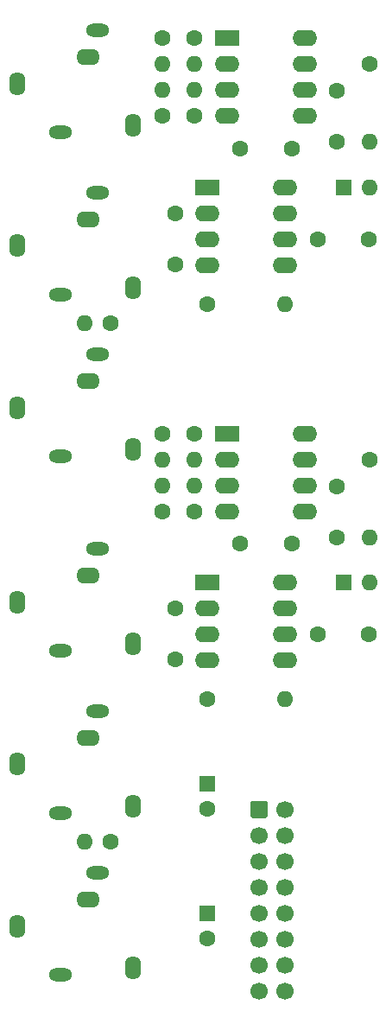
<source format=gbr>
G04 #@! TF.GenerationSoftware,KiCad,Pcbnew,(5.1.9)-1*
G04 #@! TF.CreationDate,2021-04-11T10:04:50+02:00*
G04 #@! TF.ProjectId,S&H Main,53264820-4d61-4696-9e2e-6b696361645f,rev?*
G04 #@! TF.SameCoordinates,Original*
G04 #@! TF.FileFunction,Soldermask,Top*
G04 #@! TF.FilePolarity,Negative*
%FSLAX46Y46*%
G04 Gerber Fmt 4.6, Leading zero omitted, Abs format (unit mm)*
G04 Created by KiCad (PCBNEW (5.1.9)-1) date 2021-04-11 10:04:50*
%MOMM*%
%LPD*%
G01*
G04 APERTURE LIST*
%ADD10O,2.300000X1.300000*%
%ADD11O,2.300000X1.600000*%
%ADD12O,1.600000X2.300000*%
%ADD13O,1.600000X1.600000*%
%ADD14C,1.600000*%
%ADD15R,1.600000X1.600000*%
%ADD16O,2.400000X1.600000*%
%ADD17R,2.400000X1.600000*%
%ADD18C,1.700000*%
G04 APERTURE END LIST*
D10*
G04 #@! TO.C,J7*
X5900000Y-44170000D03*
X9600000Y-34170000D03*
D11*
X8600000Y-36770000D03*
D12*
X13000000Y-43470000D03*
X1700000Y-39370000D03*
G04 #@! TD*
D10*
G04 #@! TO.C,J6*
X5900000Y-94970000D03*
X9600000Y-84970000D03*
D11*
X8600000Y-87570000D03*
D12*
X13000000Y-94270000D03*
X1700000Y-90170000D03*
G04 #@! TD*
D10*
G04 #@! TO.C,J4*
X5900000Y-28295000D03*
X9600000Y-18295000D03*
D11*
X8600000Y-20895000D03*
D12*
X13000000Y-27595000D03*
X1700000Y-23495000D03*
G04 #@! TD*
D10*
G04 #@! TO.C,J3*
X5900000Y-12420000D03*
X9600000Y-2420000D03*
D11*
X8600000Y-5020000D03*
D12*
X13000000Y-11720000D03*
X1700000Y-7620000D03*
G04 #@! TD*
D10*
G04 #@! TO.C,J2*
X5900000Y-79095000D03*
X9600000Y-69095000D03*
D11*
X8600000Y-71695000D03*
D12*
X13000000Y-78395000D03*
X1700000Y-74295000D03*
G04 #@! TD*
D10*
G04 #@! TO.C,J1*
X5900000Y-63220000D03*
X9600000Y-53220000D03*
D11*
X8600000Y-55820000D03*
D12*
X13000000Y-62520000D03*
X1700000Y-58420000D03*
G04 #@! TD*
D13*
G04 #@! TO.C,R1*
X8255000Y-81915000D03*
D14*
X10795000Y-81915000D03*
G04 #@! TD*
D13*
G04 #@! TO.C,D1*
X36195000Y-56515000D03*
D15*
X33655000Y-56515000D03*
G04 #@! TD*
D13*
G04 #@! TO.C,R8*
X19050000Y-44450000D03*
D14*
X19050000Y-41910000D03*
G04 #@! TD*
D13*
G04 #@! TO.C,R7*
X19050000Y-46990000D03*
D14*
X19050000Y-49530000D03*
G04 #@! TD*
D13*
G04 #@! TO.C,R5*
X15875000Y-44450000D03*
D14*
X15875000Y-41910000D03*
G04 #@! TD*
D13*
G04 #@! TO.C,R3*
X15875000Y-46990000D03*
D14*
X15875000Y-49530000D03*
G04 #@! TD*
D13*
G04 #@! TO.C,D2*
X36195000Y-17780000D03*
D15*
X33655000Y-17780000D03*
G04 #@! TD*
D13*
G04 #@! TO.C,R10*
X19050000Y-5715000D03*
D14*
X19050000Y-3175000D03*
G04 #@! TD*
D13*
G04 #@! TO.C,R9*
X19050000Y-8255000D03*
D14*
X19050000Y-10795000D03*
G04 #@! TD*
D13*
G04 #@! TO.C,R2*
X8255000Y-31115000D03*
D14*
X10795000Y-31115000D03*
G04 #@! TD*
D13*
G04 #@! TO.C,R6*
X15875000Y-5715000D03*
D14*
X15875000Y-3175000D03*
G04 #@! TD*
D13*
G04 #@! TO.C,R4*
X15875000Y-8255000D03*
D14*
X15875000Y-10795000D03*
G04 #@! TD*
D16*
G04 #@! TO.C,U4*
X29845000Y-3175000D03*
X22225000Y-10795000D03*
X29845000Y-5715000D03*
X22225000Y-8255000D03*
X29845000Y-8255000D03*
X22225000Y-5715000D03*
X29845000Y-10795000D03*
D17*
X22225000Y-3175000D03*
G04 #@! TD*
D16*
G04 #@! TO.C,U1*
X29845000Y-41910000D03*
X22225000Y-49530000D03*
X29845000Y-44450000D03*
X22225000Y-46990000D03*
X29845000Y-46990000D03*
X22225000Y-44450000D03*
X29845000Y-49530000D03*
D17*
X22225000Y-41910000D03*
G04 #@! TD*
D14*
G04 #@! TO.C,C10*
X17145000Y-25320000D03*
X17145000Y-20320000D03*
G04 #@! TD*
G04 #@! TO.C,C9*
X23575000Y-13970000D03*
X28575000Y-13970000D03*
G04 #@! TD*
G04 #@! TO.C,C8*
X17145000Y-64055000D03*
X17145000Y-59055000D03*
G04 #@! TD*
D16*
G04 #@! TO.C,U3*
X27940000Y-17780000D03*
X20320000Y-25400000D03*
X27940000Y-20320000D03*
X20320000Y-22860000D03*
X27940000Y-22860000D03*
X20320000Y-20320000D03*
X27940000Y-25400000D03*
D17*
X20320000Y-17780000D03*
G04 #@! TD*
D16*
G04 #@! TO.C,U2*
X27940000Y-56515000D03*
X20320000Y-64135000D03*
X27940000Y-59055000D03*
X20320000Y-61595000D03*
X27940000Y-61595000D03*
X20320000Y-59055000D03*
X27940000Y-64135000D03*
D17*
X20320000Y-56515000D03*
G04 #@! TD*
D13*
G04 #@! TO.C,R14*
X27940000Y-29210000D03*
D14*
X20320000Y-29210000D03*
G04 #@! TD*
D13*
G04 #@! TO.C,R13*
X27940000Y-67945000D03*
D14*
X20320000Y-67945000D03*
G04 #@! TD*
D13*
G04 #@! TO.C,R12*
X36195000Y-13335000D03*
D14*
X36195000Y-5715000D03*
G04 #@! TD*
D13*
G04 #@! TO.C,R11*
X36195000Y-52070000D03*
D14*
X36195000Y-44450000D03*
G04 #@! TD*
D18*
G04 #@! TO.C,J5*
X27940000Y-96520000D03*
X27940000Y-93980000D03*
X27940000Y-91440000D03*
X27940000Y-88900000D03*
X27940000Y-86360000D03*
X27940000Y-83820000D03*
X27940000Y-81280000D03*
X27940000Y-78740000D03*
X25400000Y-96520000D03*
X25400000Y-93980000D03*
X25400000Y-91440000D03*
X25400000Y-88900000D03*
X25400000Y-86360000D03*
X25400000Y-83820000D03*
X25400000Y-81280000D03*
G36*
G01*
X24550000Y-79340000D02*
X24550000Y-78140000D01*
G75*
G02*
X24800000Y-77890000I250000J0D01*
G01*
X26000000Y-77890000D01*
G75*
G02*
X26250000Y-78140000I0J-250000D01*
G01*
X26250000Y-79340000D01*
G75*
G02*
X26000000Y-79590000I-250000J0D01*
G01*
X24800000Y-79590000D01*
G75*
G02*
X24550000Y-79340000I0J250000D01*
G01*
G37*
G04 #@! TD*
D14*
G04 #@! TO.C,C7*
X36115000Y-22860000D03*
X31115000Y-22860000D03*
G04 #@! TD*
G04 #@! TO.C,C6*
X36115000Y-61595000D03*
X31115000Y-61595000D03*
G04 #@! TD*
G04 #@! TO.C,C5*
X20320000Y-78700000D03*
D15*
X20320000Y-76200000D03*
G04 #@! TD*
D14*
G04 #@! TO.C,C4*
X20320000Y-91400000D03*
D15*
X20320000Y-88900000D03*
G04 #@! TD*
D14*
G04 #@! TO.C,C3*
X23575000Y-52705000D03*
X28575000Y-52705000D03*
G04 #@! TD*
G04 #@! TO.C,C2*
X33020000Y-8335000D03*
X33020000Y-13335000D03*
G04 #@! TD*
G04 #@! TO.C,C1*
X33020000Y-47070000D03*
X33020000Y-52070000D03*
G04 #@! TD*
M02*

</source>
